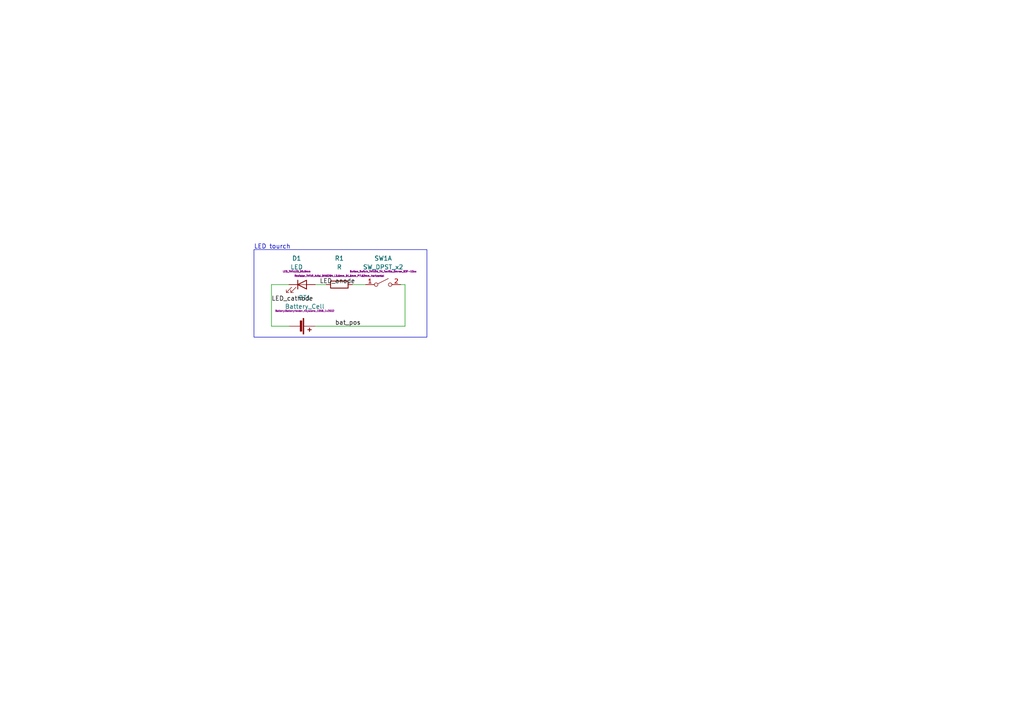
<source format=kicad_sch>
(kicad_sch (version 20230409) (generator eeschema)

  (uuid f58138e2-39c2-4102-ab98-0611e06cc569)

  (paper "A4")

  (lib_symbols
    (symbol "Device:Battery_Cell" (pin_numbers hide) (pin_names (offset 0) hide) (in_bom yes) (on_board yes)
      (property "Reference" "BT" (at 2.54 2.54 0)
        (effects (font (size 1.27 1.27)) (justify left))
      )
      (property "Value" "Battery_Cell" (at 2.54 0 0)
        (effects (font (size 1.27 1.27)) (justify left))
      )
      (property "Footprint" "" (at 0 1.524 90)
        (effects (font (size 1.27 1.27)) hide)
      )
      (property "Datasheet" "~" (at 0 1.524 90)
        (effects (font (size 1.27 1.27)) hide)
      )
      (property "ki_keywords" "battery cell" (at 0 0 0)
        (effects (font (size 1.27 1.27)) hide)
      )
      (property "ki_description" "Single-cell battery" (at 0 0 0)
        (effects (font (size 1.27 1.27)) hide)
      )
      (symbol "Battery_Cell_0_1"
        (rectangle (start -2.286 1.778) (end 2.286 1.524)
          (stroke (width 0) (type default))
          (fill (type outline))
        )
        (rectangle (start -1.5748 1.1938) (end 1.4732 0.6858)
          (stroke (width 0) (type default))
          (fill (type outline))
        )
        (polyline
          (pts
            (xy 0 0.762)
            (xy 0 0)
          )
          (stroke (width 0) (type default))
          (fill (type none))
        )
        (polyline
          (pts
            (xy 0 1.778)
            (xy 0 2.54)
          )
          (stroke (width 0) (type default))
          (fill (type none))
        )
        (polyline
          (pts
            (xy 0.508 3.429)
            (xy 1.524 3.429)
          )
          (stroke (width 0.254) (type default))
          (fill (type none))
        )
        (polyline
          (pts
            (xy 1.016 3.937)
            (xy 1.016 2.921)
          )
          (stroke (width 0.254) (type default))
          (fill (type none))
        )
      )
      (symbol "Battery_Cell_1_1"
        (pin passive line (at 0 5.08 270) (length 2.54)
          (name "+" (effects (font (size 1.27 1.27))))
          (number "1" (effects (font (size 1.27 1.27))))
        )
        (pin passive line (at 0 -2.54 90) (length 2.54)
          (name "-" (effects (font (size 1.27 1.27))))
          (number "2" (effects (font (size 1.27 1.27))))
        )
      )
    )
    (symbol "Device:LED" (pin_numbers hide) (pin_names (offset 1.016) hide) (in_bom yes) (on_board yes)
      (property "Reference" "D" (at 0 2.54 0)
        (effects (font (size 1.27 1.27)))
      )
      (property "Value" "LED" (at 0 -2.54 0)
        (effects (font (size 1.27 1.27)))
      )
      (property "Footprint" "" (at 0 0 0)
        (effects (font (size 1.27 1.27)) hide)
      )
      (property "Datasheet" "~" (at 0 0 0)
        (effects (font (size 1.27 1.27)) hide)
      )
      (property "ki_keywords" "LED diode" (at 0 0 0)
        (effects (font (size 1.27 1.27)) hide)
      )
      (property "ki_description" "Light emitting diode" (at 0 0 0)
        (effects (font (size 1.27 1.27)) hide)
      )
      (property "ki_fp_filters" "LED* LED_SMD:* LED_THT:*" (at 0 0 0)
        (effects (font (size 1.27 1.27)) hide)
      )
      (symbol "LED_0_1"
        (polyline
          (pts
            (xy -1.27 -1.27)
            (xy -1.27 1.27)
          )
          (stroke (width 0.254) (type default))
          (fill (type none))
        )
        (polyline
          (pts
            (xy -1.27 0)
            (xy 1.27 0)
          )
          (stroke (width 0) (type default))
          (fill (type none))
        )
        (polyline
          (pts
            (xy 1.27 -1.27)
            (xy 1.27 1.27)
            (xy -1.27 0)
            (xy 1.27 -1.27)
          )
          (stroke (width 0.254) (type default))
          (fill (type none))
        )
        (polyline
          (pts
            (xy -3.048 -0.762)
            (xy -4.572 -2.286)
            (xy -3.81 -2.286)
            (xy -4.572 -2.286)
            (xy -4.572 -1.524)
          )
          (stroke (width 0) (type default))
          (fill (type none))
        )
        (polyline
          (pts
            (xy -1.778 -0.762)
            (xy -3.302 -2.286)
            (xy -2.54 -2.286)
            (xy -3.302 -2.286)
            (xy -3.302 -1.524)
          )
          (stroke (width 0) (type default))
          (fill (type none))
        )
      )
      (symbol "LED_1_1"
        (pin passive line (at -3.81 0 0) (length 2.54)
          (name "K" (effects (font (size 1.27 1.27))))
          (number "1" (effects (font (size 1.27 1.27))))
        )
        (pin passive line (at 3.81 0 180) (length 2.54)
          (name "A" (effects (font (size 1.27 1.27))))
          (number "2" (effects (font (size 1.27 1.27))))
        )
      )
    )
    (symbol "Device:R" (pin_numbers hide) (pin_names (offset 0)) (in_bom yes) (on_board yes)
      (property "Reference" "R" (at 2.032 0 90)
        (effects (font (size 1.27 1.27)))
      )
      (property "Value" "R" (at 0 0 90)
        (effects (font (size 1.27 1.27)))
      )
      (property "Footprint" "" (at -1.778 0 90)
        (effects (font (size 1.27 1.27)) hide)
      )
      (property "Datasheet" "~" (at 0 0 0)
        (effects (font (size 1.27 1.27)) hide)
      )
      (property "ki_keywords" "R res resistor" (at 0 0 0)
        (effects (font (size 1.27 1.27)) hide)
      )
      (property "ki_description" "Resistor" (at 0 0 0)
        (effects (font (size 1.27 1.27)) hide)
      )
      (property "ki_fp_filters" "R_*" (at 0 0 0)
        (effects (font (size 1.27 1.27)) hide)
      )
      (symbol "R_0_1"
        (rectangle (start -1.016 -2.54) (end 1.016 2.54)
          (stroke (width 0.254) (type default))
          (fill (type none))
        )
      )
      (symbol "R_1_1"
        (pin passive line (at 0 3.81 270) (length 1.27)
          (name "~" (effects (font (size 1.27 1.27))))
          (number "1" (effects (font (size 1.27 1.27))))
        )
        (pin passive line (at 0 -3.81 90) (length 1.27)
          (name "~" (effects (font (size 1.27 1.27))))
          (number "2" (effects (font (size 1.27 1.27))))
        )
      )
    )
    (symbol "Switch:SW_DPST_x2" (pin_names (offset 0) hide) (in_bom yes) (on_board yes)
      (property "Reference" "SW" (at 0 3.175 0)
        (effects (font (size 1.27 1.27)))
      )
      (property "Value" "SW_DPST_x2" (at 0 -2.54 0)
        (effects (font (size 1.27 1.27)))
      )
      (property "Footprint" "" (at 0 0 0)
        (effects (font (size 1.27 1.27)) hide)
      )
      (property "Datasheet" "~" (at 0 0 0)
        (effects (font (size 1.27 1.27)) hide)
      )
      (property "ki_keywords" "switch lever" (at 0 0 0)
        (effects (font (size 1.27 1.27)) hide)
      )
      (property "ki_description" "Single Pole Single Throw (SPST) switch, separate symbol" (at 0 0 0)
        (effects (font (size 1.27 1.27)) hide)
      )
      (symbol "SW_DPST_x2_0_0"
        (circle (center -2.032 0) (radius 0.508)
          (stroke (width 0) (type default))
          (fill (type none))
        )
        (polyline
          (pts
            (xy -1.524 0.254)
            (xy 1.524 1.778)
          )
          (stroke (width 0) (type default))
          (fill (type none))
        )
        (circle (center 2.032 0) (radius 0.508)
          (stroke (width 0) (type default))
          (fill (type none))
        )
      )
      (symbol "SW_DPST_x2_1_1"
        (pin passive line (at -5.08 0 0) (length 2.54)
          (name "A" (effects (font (size 1.27 1.27))))
          (number "1" (effects (font (size 1.27 1.27))))
        )
        (pin passive line (at 5.08 0 180) (length 2.54)
          (name "B" (effects (font (size 1.27 1.27))))
          (number "2" (effects (font (size 1.27 1.27))))
        )
      )
      (symbol "SW_DPST_x2_2_1"
        (pin passive line (at -5.08 0 0) (length 2.54)
          (name "A" (effects (font (size 1.27 1.27))))
          (number "3" (effects (font (size 1.27 1.27))))
        )
        (pin passive line (at 5.08 0 180) (length 2.54)
          (name "B" (effects (font (size 1.27 1.27))))
          (number "4" (effects (font (size 1.27 1.27))))
        )
      )
    )
  )



  (wire (pts (xy 91.44 94.615) (xy 117.475 94.615))
    (stroke (width 0) (type default))
    (uuid 2520fad2-85e2-424a-929b-1c18763de453)
  )
  (wire (pts (xy 117.475 82.55) (xy 116.205 82.55))
    (stroke (width 0) (type default))
    (uuid 3f7ee1b4-cc4b-4417-a442-62b6e79d7866)
  )
  (wire (pts (xy 83.82 94.615) (xy 78.74 94.615))
    (stroke (width 0) (type default))
    (uuid 4aa63c61-6f9f-4d61-a063-612daf1ac97a)
  )
  (wire (pts (xy 91.44 82.55) (xy 94.615 82.55))
    (stroke (width 0) (type default))
    (uuid 513523d1-cfea-416f-8c2f-fbac9fc6bb19)
  )
  (wire (pts (xy 78.74 94.615) (xy 78.74 82.55))
    (stroke (width 0) (type default))
    (uuid 56a81590-15d0-46e6-9f6c-3e9dc0c68731)
  )
  (wire (pts (xy 117.475 94.615) (xy 117.475 82.55))
    (stroke (width 0) (type default))
    (uuid 5dd62a4d-0666-44ee-8a6e-648549a2848a)
  )
  (wire (pts (xy 78.74 82.55) (xy 83.82 82.55))
    (stroke (width 0) (type default))
    (uuid 5e83785a-4141-4b72-9b03-d29ba463c475)
  )
  (wire (pts (xy 102.235 82.55) (xy 106.045 82.55))
    (stroke (width 0) (type default))
    (uuid 80eb0e60-28be-4732-8c99-49ec33a46cb9)
  )

  (rectangle (start 73.66 72.39) (end 123.825 97.79)
    (stroke (width 0) (type default))
    (fill (type none))
    (uuid 5d67d099-6e5f-4d6e-8f15-753c357e9f72)
  )

  (text "LED tourch" (exclude_from_sim no)
 (at 73.66 72.39 0)
    (effects (font (size 1.27 1.27)) (justify left bottom))
    (uuid 873e40da-f641-42c1-bbd0-76f02460d50b)
  )

  (label "LED_anode" (at 92.71 82.55 0) (fields_autoplaced)
    (effects (font (size 1.27 1.27)) (justify left bottom))
    (uuid 94e0673d-3dcc-41f5-a7bd-6989dffe2570)
  )
  (label "LED_cathode" (at 78.74 87.63 0) (fields_autoplaced)
    (effects (font (size 1.27 1.27)) (justify left bottom))
    (uuid aa1eb98d-7b8a-4543-b2a8-488b4b8d416c)
  )
  (label "bat_pos" (at 97.155 94.615 0) (fields_autoplaced)
    (effects (font (size 1.27 1.27)) (justify left bottom))
    (uuid af6aaa21-9973-4846-b5ff-0eab70bc1e7d)
  )

  (symbol (lib_id "Switch:SW_DPST_x2") (at 111.125 82.55 0) (unit 1)
    (in_bom yes) (on_board yes) (dnp no) (fields_autoplaced)
    (uuid 19489d8c-cb4b-42e3-b66d-d16a47423f97)
    (property "Reference" "SW1" (at 111.125 74.93 0)
      (effects (font (size 1.27 1.27)))
    )
    (property "Value" "SW_DPST_x2" (at 111.125 77.47 0)
      (effects (font (size 1.27 1.27)))
    )
    (property "Footprint" "Button_Switch_THT:SW_TH_Tactile_Omron_B3F-10xx" (at 111.125 78.74 0)
      (effects (font (size 0.5 0.5)))
    )
    (property "Datasheet" "~" (at 111.125 82.55 0)
      (effects (font (size 0.5 0.5)) hide)
    )
    (pin "1" (uuid e9f91712-f4b6-4601-ad2f-711622a3fb4b))
    (pin "2" (uuid b4fcfe10-12b7-4df6-aa50-66632757ba6a))
    (pin "3" (uuid e6a1fb58-995c-481c-8feb-24cda95a1955))
    (pin "4" (uuid 6210e83b-8ec4-4d34-b4ff-d1b0a6922202))
    (instances
      (project "1"
        (path "/f58138e2-39c2-4102-ab98-0611e06cc569"
          (reference "SW1") (unit 1)
        )
      )
    )
  )

  (symbol (lib_id "Device:Battery_Cell") (at 86.36 94.615 270) (unit 1)
    (in_bom yes) (on_board yes) (dnp no) (fields_autoplaced)
    (uuid 2f12abe4-79a0-4ca4-b32a-6fd1061828b2)
    (property "Reference" "BT1" (at 88.392 86.36 90)
      (effects (font (size 1.27 1.27)))
    )
    (property "Value" "Battery_Cell" (at 88.392 88.9 90)
      (effects (font (size 1.27 1.27)))
    )
    (property "Footprint" "Battery:BatteryHolder_Keystone_1058_1x2032" (at 88.392 90.17 90)
      (effects (font (size 0.5 0.5)))
    )
    (property "Datasheet" "~" (at 87.884 94.615 90)
      (effects (font (size 0.5 0.5)) hide)
    )
    (pin "1" (uuid 0ac56182-5649-4adc-bf7b-f2c1c003a78b))
    (pin "2" (uuid f17eeb04-db1b-4146-a9f1-8718725781f6))
    (instances
      (project "1"
        (path "/f58138e2-39c2-4102-ab98-0611e06cc569"
          (reference "BT1") (unit 1)
        )
      )
    )
  )

  (symbol (lib_id "Device:R") (at 98.425 82.55 270) (unit 1)
    (in_bom yes) (on_board yes) (dnp no) (fields_autoplaced)
    (uuid b34b582f-494e-429b-a468-752dc32e83b1)
    (property "Reference" "R1" (at 98.425 74.93 90)
      (effects (font (size 1.27 1.27)))
    )
    (property "Value" "R" (at 98.425 77.47 90)
      (effects (font (size 1.27 1.27)))
    )
    (property "Footprint" "Resistor_THT:R_Axial_DIN0204_L3.6mm_D1.6mm_P7.62mm_Horizontal" (at 98.425 80.01 90)
      (effects (font (size 0.5 0.5)))
    )
    (property "Datasheet" "~" (at 98.425 82.55 0)
      (effects (font (size 0.5 0.5)) hide)
    )
    (pin "1" (uuid 04a6bea2-f95f-4df5-8dca-da578f843d39))
    (pin "2" (uuid ac454fae-1236-479d-961a-f159b63fdb38))
    (instances
      (project "1"
        (path "/f58138e2-39c2-4102-ab98-0611e06cc569"
          (reference "R1") (unit 1)
        )
      )
    )
  )

  (symbol (lib_id "Device:LED") (at 87.63 82.55 0) (unit 1)
    (in_bom yes) (on_board yes) (dnp no) (fields_autoplaced)
    (uuid f2d48ed5-3f2c-4a91-afb0-ffef1077fc28)
    (property "Reference" "D1" (at 86.0425 74.93 0)
      (effects (font (size 1.27 1.27)))
    )
    (property "Value" "LED" (at 86.0425 77.47 0)
      (effects (font (size 1.27 1.27)))
    )
    (property "Footprint" "LED_THT:LED_D5.0mm" (at 86.0425 78.74 0)
      (effects (font (size 0.5 0.5)))
    )
    (property "Datasheet" "~" (at 87.63 82.55 0)
      (effects (font (size 0.5 0.5)) hide)
    )
    (pin "1" (uuid e54000d1-6318-4194-95fc-655d76666f44))
    (pin "2" (uuid bebddb2d-3c09-4ced-9b21-5cd76cc59f1e))
    (instances
      (project "1"
        (path "/f58138e2-39c2-4102-ab98-0611e06cc569"
          (reference "D1") (unit 1)
        )
      )
    )
  )

  (sheet_instances
    (path "/" (page "1"))
  )
)

</source>
